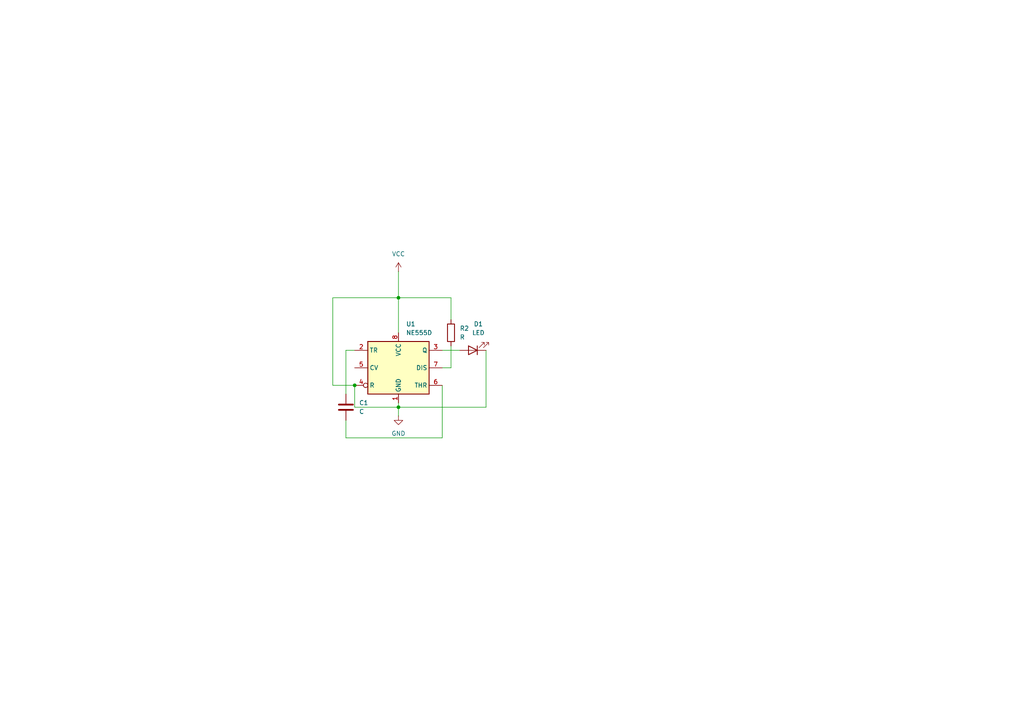
<source format=kicad_sch>
(kicad_sch (version 20231120) (generator "eeschema") (generator_version "8.0")
  (paper "A4")
  (lib_symbols
    (symbol "Device:C" (pin_numbers hide) (pin_names (offset 0.254))
      (property "Reference" "C" (at 0.635 2.54 0))
      (property "Value" "C" (at 0.635 -2.54 0))
      (symbol "C_0_1"
        (polyline (pts (xy -2.032 -0.762) (xy 2.032 -0.762)) (stroke (width 0.508)))
        (polyline (pts (xy -2.032 0.762) (xy 2.032 0.762)) (stroke (width 0.508)))
      )
      (symbol "C_1_1"
        (pin passive line (at 0 3.81 270) (length 2.794) (name "~") (number "1"))
        (pin passive line (at 0 -3.81 90) (length 2.794) (name "~") (number "2"))
      )
    )
    (symbol "Device:LED" (pin_numbers hide) (pin_names (offset 1.016) hide)
      (property "Reference" "D" (at 0 2.54 0))
      (property "Value" "LED" (at 0 -2.54 0))
      (symbol "LED_0_1"
        (polyline (pts (xy -1.27 -1.27) (xy -1.27 1.27)) (stroke (width 0.254)))
        (polyline (pts (xy -1.27 0) (xy 1.27 0)))
        (polyline (pts (xy 1.27 -1.27) (xy 1.27 1.27) (xy -1.27 0) (xy 1.27 -1.27)) (stroke (width 0.254)))
        (polyline (pts (xy -3.048 -0.762) (xy -4.572 -2.286) (xy -3.81 -2.286) (xy -4.572 -2.286) (xy -4.572 -1.524)))
        (polyline (pts (xy -1.778 -0.762) (xy -3.302 -2.286) (xy -2.54 -2.286) (xy -3.302 -2.286) (xy -3.302 -1.524)))
      )
      (symbol "LED_1_1"
        (pin passive line (at -3.81 0 0) (length 2.54) (name "K") (number "1"))
        (pin passive line (at 3.81 0 180) (length 2.54) (name "A") (number "2"))
      )
    )
    (symbol "Device:R" (pin_numbers hide) (pin_names (offset 0))
      (property "Reference" "R" (at 2.032 0 90))
      (property "Value" "R" (at 0 0 90))
      (symbol "R_0_1"
        (rectangle (start -1.016 -2.54) (end 1.016 2.54) (stroke (width 0.254)))
      )
      (symbol "R_1_1"
        (pin passive line (at 0 3.81 270) (length 1.27) (name "~") (number "1"))
        (pin passive line (at 0 -3.81 90) (length 1.27) (name "~") (number "2"))
      )
    )
    (symbol "Timer:NE555D"
      (property "Reference" "U" (at -10.16 8.89 0))
      (property "Value" "NE555D" (at 2.54 8.89 0))
      (symbol "NE555D_0_0"
        (pin power_in line (at 0 -10.16 90) (length 2.54) (name "GND") (number "1"))
        (pin power_in line (at 0 10.16 270) (length 2.54) (name "VCC") (number "8"))
      )
      (symbol "NE555D_0_1"
        (rectangle (start -8.89 -7.62) (end 8.89 7.62) (stroke (width 0.254)) (fill (type background)))
        (rectangle (start -8.89 -7.62) (end 8.89 7.62) (stroke (width 0.254)) (fill (type background)))
      )
      (symbol "NE555D_1_1"
        (pin input line (at -12.7 5.08 0) (length 3.81) (name "TR") (number "2"))
        (pin output line (at 12.7 5.08 180) (length 3.81) (name "Q") (number "3"))
        (pin input inverted (at -12.7 -5.08 0) (length 3.81) (name "R") (number "4"))
        (pin input line (at -12.7 0 0) (length 3.81) (name "CV") (number "5"))
        (pin input line (at 12.7 -5.08 180) (length 3.81) (name "THR") (number "6"))
        (pin input line (at 12.7 0 180) (length 3.81) (name "DIS") (number "7"))
      )
    )
    (symbol "power:GND" (power) (pin_numbers hide) (pin_names (offset 0) hide)
      (property "Value" "GND" (at 0 -3.81 0))
      (symbol "GND_0_1"
        (polyline (pts (xy 0 0) (xy 0 -1.27) (xy 1.27 -1.27) (xy 0 -2.54) (xy -1.27 -1.27) (xy 0 -1.27)))
      )
      (symbol "GND_1_1"
        (pin power_in line (at 0 0 270) (length 0) (name "~") (number "1"))
      )
    )
    (symbol "power:VCC" (power) (pin_numbers hide) (pin_names (offset 0) hide)
      (property "Value" "VCC" (at 0 3.556 0))
      (symbol "VCC_0_1"
        (polyline (pts (xy -0.762 1.27) (xy 0 2.54)))
        (polyline (pts (xy 0 0) (xy 0 2.54)))
        (polyline (pts (xy 0 2.54) (xy 0.762 1.27)))
      )
      (symbol "VCC_1_1"
        (pin power_in line (at 0 0 90) (length 0) (name "~") (number "1"))
      )
    )
  )
  (junction (at 115.57 118.11))
  (junction (at 115.57 86.36))
  (junction (at 102.87 111.76))
  (wire (pts (xy 102.87 101.6) (xy 100.33 101.6)))
  (wire (pts (xy 140.97 101.6) (xy 140.97 118.11)))
  (wire (pts (xy 96.52 111.76) (xy 96.52 86.36)))
  (wire (pts (xy 115.57 78.74) (xy 115.57 86.36)))
  (wire (pts (xy 115.57 86.36) (xy 115.57 96.52)))
  (wire (pts (xy 100.33 101.6) (xy 100.33 114.3)))
  (wire (pts (xy 128.27 127) (xy 128.27 111.76)))
  (wire (pts (xy 100.33 127) (xy 128.27 127)))
  (wire (pts (xy 115.57 86.36) (xy 130.81 86.36)))
  (wire (pts (xy 102.87 111.76) (xy 96.52 111.76)))
  (wire (pts (xy 96.52 86.36) (xy 115.57 86.36)))
  (wire (pts (xy 115.57 118.11) (xy 115.57 120.65)))
  (wire (pts (xy 140.97 118.11) (xy 115.57 118.11)))
  (wire (pts (xy 100.33 127) (xy 100.33 121.92)))
  (wire (pts (xy 128.27 106.68) (xy 130.81 106.68)))
  (wire (pts (xy 130.81 100.33) (xy 130.81 106.68)))
  (wire (pts (xy 130.81 92.71) (xy 130.81 86.36)))
  (wire (pts (xy 128.27 101.6) (xy 133.35 101.6)))
  (wire (pts (xy 115.57 116.84) (xy 115.57 118.11)))
  (wire (pts (xy 102.87 111.76) (xy 102.87 118.11)))
  (wire (pts (xy 102.87 118.11) (xy 115.57 118.11)))
  (symbol (lib_id "power:VCC") (at 115.57 78.74 0) (unit 1)
    (property "Reference" "#PWR02" (effects (hide yes)))
    (property "Value" "VCC" (at 115.57 73.66 0))
    (property "Description" "Power symbol creates a global label with name \"VCC\"" (effects (hide yes)))
  )
  (symbol (lib_id "Device:LED") (at 137.16 101.6 180) (unit 1)
    (property "Reference" "D1" (at 138.7475 93.98 0))
    (property "Value" "LED" (at 138.7475 96.52 0))
    (property "Description" "Light emitting diode" (effects (hide yes)))
  )
  (symbol (lib_id "Timer:NE555D") (at 115.57 106.68 0) (unit 1)
    (property "Reference" "U1" (at 117.7641 93.98 0) (effects (justify left)))
    (property "Value" "NE555D" (at 117.7641 96.52 0) (effects (justify left)))
    (property "Footprint" "Package_SO:SOIC-8_3.9x4.9mm_P1.27mm" (effects (hide yes)))
    (property "Datasheet" "http://www.ti.com/lit/ds/symlink/ne555.pdf" (effects (hide yes)))
    (property "Description" "Precision Timers, 555 compatible, SOIC-8" (effects (hide yes)))
  )
  (symbol (lib_id "Device:C") (at 100.33 118.11 180) (unit 1)
    (property "Reference" "C1" (at 104.14 116.8399 0) (effects (justify right)))
    (property "Value" "C" (at 104.14 119.3799 0) (effects (justify right)))
    (property "Description" "Unpolarized capacitor" (effects (hide yes)))
  )
  (symbol (lib_id "Device:R") (at 130.81 96.52 0) (unit 1)
    (property "Reference" "R2" (at 133.35 95.2499 0) (effects (justify left)))
    (property "Value" "R" (at 133.35 97.7899 0) (effects (justify left)))
    (property "Description" "Resistor" (effects (hide yes)))
  )
  (symbol (lib_id "power:GND") (at 115.57 120.65 0) (unit 1)
    (property "Reference" "#PWR01" (effects (hide yes)))
    (property "Value" "GND" (at 115.57 125.73 0))
    (property "Description" "Power symbol creates a global label with name \"GND\" , ground" (effects (hide yes)))
  )
)
</source>
